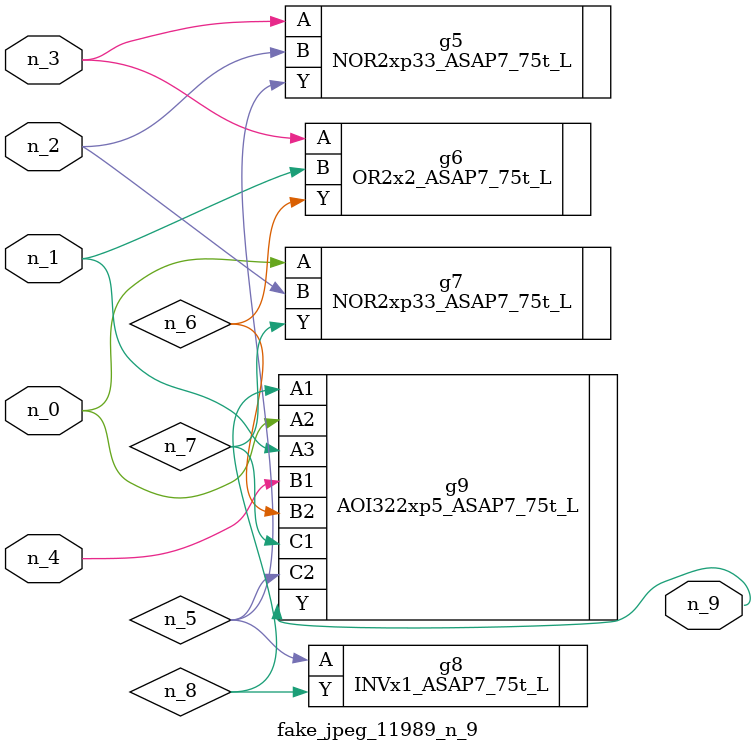
<source format=v>
module fake_jpeg_11989_n_9 (n_3, n_2, n_1, n_0, n_4, n_9);

input n_3;
input n_2;
input n_1;
input n_0;
input n_4;

output n_9;

wire n_8;
wire n_6;
wire n_5;
wire n_7;

NOR2xp33_ASAP7_75t_L g5 ( 
.A(n_3),
.B(n_2),
.Y(n_5)
);

OR2x2_ASAP7_75t_L g6 ( 
.A(n_3),
.B(n_1),
.Y(n_6)
);

NOR2xp33_ASAP7_75t_L g7 ( 
.A(n_0),
.B(n_2),
.Y(n_7)
);

INVx1_ASAP7_75t_L g8 ( 
.A(n_5),
.Y(n_8)
);

AOI322xp5_ASAP7_75t_L g9 ( 
.A1(n_8),
.A2(n_0),
.A3(n_1),
.B1(n_4),
.B2(n_6),
.C1(n_7),
.C2(n_5),
.Y(n_9)
);


endmodule
</source>
